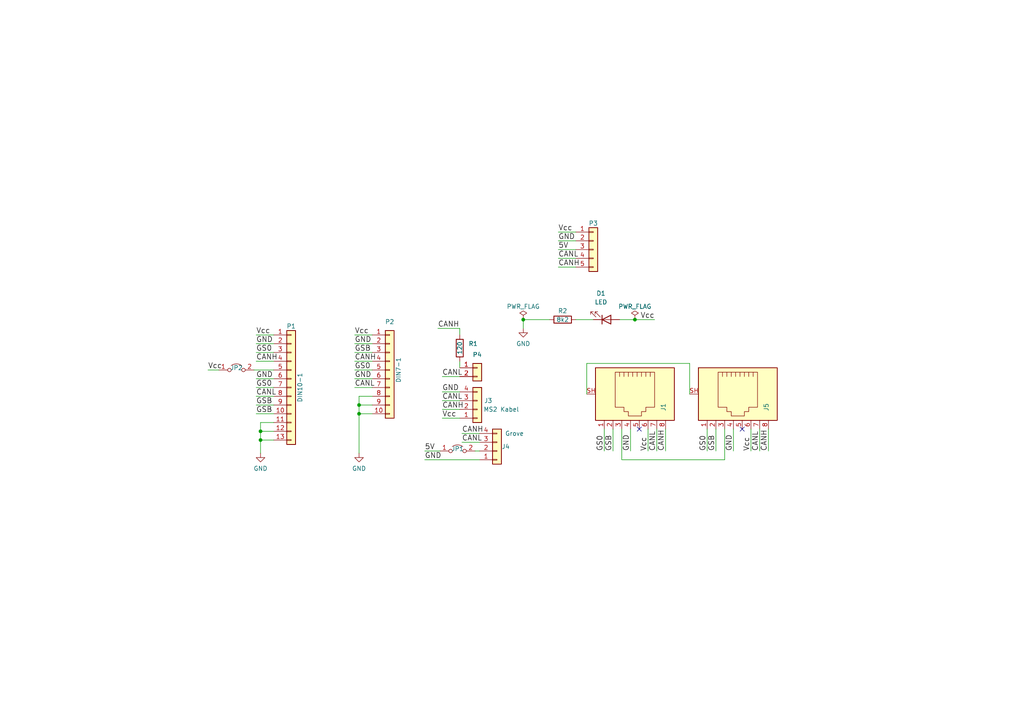
<source format=kicad_sch>
(kicad_sch (version 20211123) (generator eeschema)
  (paper "A4")
  (lib_symbols
    (symbol "Connector:8P8C_Shielded" (pin_names (offset 1.016))
      (property "Reference" "J" (at -5.08 13.97 0))
      (property "Value" "8P8C_Shielded" (at 2.54 13.97 0))
      (symbol "8P8C_Shielded_0_1"
        (polyline (pts (xy -5.08 4.445) (xy -6.35 4.445)))
        (polyline (pts (xy -5.08 5.715) (xy -6.35 5.715)))
        (polyline (pts (xy -6.35 -3.175) (xy -5.08 -3.175) (xy -5.08 -3.175)))
        (polyline (pts (xy -6.35 -1.905) (xy -5.08 -1.905) (xy -5.08 -1.905)))
        (polyline (pts (xy -6.35 -0.635) (xy -5.08 -0.635) (xy -5.08 -0.635)))
        (polyline (pts (xy -6.35 0.635) (xy -5.08 0.635) (xy -5.08 0.635)))
        (polyline (pts (xy -6.35 1.905) (xy -5.08 1.905) (xy -5.08 1.905)))
        (polyline (pts (xy -5.08 3.175) (xy -6.35 3.175) (xy -6.35 3.175)))
        (polyline (pts (xy -6.35 -4.445) (xy -6.35 6.985) (xy 3.81 6.985) (xy 3.81 4.445) (xy 5.08 4.445) (xy 5.08 3.175) (xy 6.35 3.175) (xy 6.35 -0.635) (xy 5.08 -0.635) (xy 5.08 -1.905) (xy 3.81 -1.905) (xy 3.81 -4.445) (xy -6.35 -4.445) (xy -6.35 -4.445)))
        (rectangle (start 7.62 12.7) (end -7.62 -10.16) (stroke (width 0.254)) (fill (type background)))
      )
      (symbol "8P8C_Shielded_1_1"
        (pin passive line (at 10.16 -7.62 180) (length 2.54) (name "~") (number "1"))
        (pin passive line (at 10.16 -5.08 180) (length 2.54) (name "~") (number "2"))
        (pin passive line (at 10.16 -2.54 180) (length 2.54) (name "~") (number "3"))
        (pin passive line (at 10.16 0 180) (length 2.54) (name "~") (number "4"))
        (pin passive line (at 10.16 2.54 180) (length 2.54) (name "~") (number "5"))
        (pin passive line (at 10.16 5.08 180) (length 2.54) (name "~") (number "6"))
        (pin passive line (at 10.16 7.62 180) (length 2.54) (name "~") (number "7"))
        (pin passive line (at 10.16 10.16 180) (length 2.54) (name "~") (number "8"))
        (pin passive line (at 0 -12.7 90) (length 2.54) (name "~") (number "SH"))
      )
    )
    (symbol "Connector_Generic:Conn_01x02" (pin_names (offset 1.016) hide)
      (property "Reference" "J" (at 0 2.54 0))
      (property "Value" "Conn_01x02" (at 0 -5.08 0))
      (symbol "Conn_01x02_1_1"
        (rectangle (start -1.27 -2.413) (end 0 -2.667) (stroke (width 0.1524)))
        (rectangle (start -1.27 0.127) (end 0 -0.127) (stroke (width 0.1524)))
        (rectangle (start -1.27 1.27) (end 1.27 -3.81) (stroke (width 0.254)) (fill (type background)))
        (pin passive line (at -5.08 0 0) (length 3.81) (name "Pin_1") (number "1"))
        (pin passive line (at -5.08 -2.54 0) (length 3.81) (name "Pin_2") (number "2"))
      )
    )
    (symbol "Connector_Generic:Conn_01x04" (pin_names (offset 1.016) hide)
      (property "Reference" "J" (at 0 5.08 0))
      (property "Value" "Conn_01x04" (at 0 -7.62 0))
      (symbol "Conn_01x04_1_1"
        (rectangle (start -1.27 -4.953) (end 0 -5.207) (stroke (width 0.1524)))
        (rectangle (start -1.27 -2.413) (end 0 -2.667) (stroke (width 0.1524)))
        (rectangle (start -1.27 0.127) (end 0 -0.127) (stroke (width 0.1524)))
        (rectangle (start -1.27 2.667) (end 0 2.413) (stroke (width 0.1524)))
        (rectangle (start -1.27 3.81) (end 1.27 -6.35) (stroke (width 0.254)) (fill (type background)))
        (pin passive line (at -5.08 2.54 0) (length 3.81) (name "Pin_1") (number "1"))
        (pin passive line (at -5.08 0 0) (length 3.81) (name "Pin_2") (number "2"))
        (pin passive line (at -5.08 -2.54 0) (length 3.81) (name "Pin_3") (number "3"))
        (pin passive line (at -5.08 -5.08 0) (length 3.81) (name "Pin_4") (number "4"))
      )
    )
    (symbol "Connector_Generic:Conn_01x05" (pin_names (offset 1.016) hide)
      (property "Reference" "J" (at 0 7.62 0))
      (property "Value" "Conn_01x05" (at 0 -7.62 0))
      (symbol "Conn_01x05_1_1"
        (rectangle (start -1.27 -4.953) (end 0 -5.207) (stroke (width 0.1524)))
        (rectangle (start -1.27 -2.413) (end 0 -2.667) (stroke (width 0.1524)))
        (rectangle (start -1.27 0.127) (end 0 -0.127) (stroke (width 0.1524)))
        (rectangle (start -1.27 2.667) (end 0 2.413) (stroke (width 0.1524)))
        (rectangle (start -1.27 5.207) (end 0 4.953) (stroke (width 0.1524)))
        (rectangle (start -1.27 6.35) (end 1.27 -6.35) (stroke (width 0.254)) (fill (type background)))
        (pin passive line (at -5.08 5.08 0) (length 3.81) (name "Pin_1") (number "1"))
        (pin passive line (at -5.08 2.54 0) (length 3.81) (name "Pin_2") (number "2"))
        (pin passive line (at -5.08 0 0) (length 3.81) (name "Pin_3") (number "3"))
        (pin passive line (at -5.08 -2.54 0) (length 3.81) (name "Pin_4") (number "4"))
        (pin passive line (at -5.08 -5.08 0) (length 3.81) (name "Pin_5") (number "5"))
      )
    )
    (symbol "Connector_Generic:Conn_01x10" (pin_names (offset 1.016) hide)
      (property "Reference" "J" (at 0 12.7 0))
      (property "Value" "Conn_01x10" (at 0 -15.24 0))
      (symbol "Conn_01x10_1_1"
        (rectangle (start -1.27 -12.573) (end 0 -12.827) (stroke (width 0.1524)))
        (rectangle (start -1.27 -10.033) (end 0 -10.287) (stroke (width 0.1524)))
        (rectangle (start -1.27 -7.493) (end 0 -7.747) (stroke (width 0.1524)))
        (rectangle (start -1.27 -4.953) (end 0 -5.207) (stroke (width 0.1524)))
        (rectangle (start -1.27 -2.413) (end 0 -2.667) (stroke (width 0.1524)))
        (rectangle (start -1.27 0.127) (end 0 -0.127) (stroke (width 0.1524)))
        (rectangle (start -1.27 2.667) (end 0 2.413) (stroke (width 0.1524)))
        (rectangle (start -1.27 5.207) (end 0 4.953) (stroke (width 0.1524)))
        (rectangle (start -1.27 7.747) (end 0 7.493) (stroke (width 0.1524)))
        (rectangle (start -1.27 10.287) (end 0 10.033) (stroke (width 0.1524)))
        (rectangle (start -1.27 11.43) (end 1.27 -13.97) (stroke (width 0.254)) (fill (type background)))
        (pin passive line (at -5.08 10.16 0) (length 3.81) (name "Pin_1") (number "1"))
        (pin passive line (at -5.08 -12.7 0) (length 3.81) (name "Pin_10") (number "10"))
        (pin passive line (at -5.08 7.62 0) (length 3.81) (name "Pin_2") (number "2"))
        (pin passive line (at -5.08 5.08 0) (length 3.81) (name "Pin_3") (number "3"))
        (pin passive line (at -5.08 2.54 0) (length 3.81) (name "Pin_4") (number "4"))
        (pin passive line (at -5.08 0 0) (length 3.81) (name "Pin_5") (number "5"))
        (pin passive line (at -5.08 -2.54 0) (length 3.81) (name "Pin_6") (number "6"))
        (pin passive line (at -5.08 -5.08 0) (length 3.81) (name "Pin_7") (number "7"))
        (pin passive line (at -5.08 -7.62 0) (length 3.81) (name "Pin_8") (number "8"))
        (pin passive line (at -5.08 -10.16 0) (length 3.81) (name "Pin_9") (number "9"))
      )
    )
    (symbol "Connector_Generic:Conn_01x13" (pin_names (offset 1.016) hide)
      (property "Reference" "J" (at 0 17.78 0))
      (property "Value" "Conn_01x13" (at 0 -17.78 0))
      (symbol "Conn_01x13_1_1"
        (rectangle (start -1.27 -15.113) (end 0 -15.367) (stroke (width 0.1524)))
        (rectangle (start -1.27 -12.573) (end 0 -12.827) (stroke (width 0.1524)))
        (rectangle (start -1.27 -10.033) (end 0 -10.287) (stroke (width 0.1524)))
        (rectangle (start -1.27 -7.493) (end 0 -7.747) (stroke (width 0.1524)))
        (rectangle (start -1.27 -4.953) (end 0 -5.207) (stroke (width 0.1524)))
        (rectangle (start -1.27 -2.413) (end 0 -2.667) (stroke (width 0.1524)))
        (rectangle (start -1.27 0.127) (end 0 -0.127) (stroke (width 0.1524)))
        (rectangle (start -1.27 2.667) (end 0 2.413) (stroke (width 0.1524)))
        (rectangle (start -1.27 5.207) (end 0 4.953) (stroke (width 0.1524)))
        (rectangle (start -1.27 7.747) (end 0 7.493) (stroke (width 0.1524)))
        (rectangle (start -1.27 10.287) (end 0 10.033) (stroke (width 0.1524)))
        (rectangle (start -1.27 12.827) (end 0 12.573) (stroke (width 0.1524)))
        (rectangle (start -1.27 15.367) (end 0 15.113) (stroke (width 0.1524)))
        (rectangle (start -1.27 16.51) (end 1.27 -16.51) (stroke (width 0.254)) (fill (type background)))
        (pin passive line (at -5.08 15.24 0) (length 3.81) (name "Pin_1") (number "1"))
        (pin passive line (at -5.08 -7.62 0) (length 3.81) (name "Pin_10") (number "10"))
        (pin passive line (at -5.08 -10.16 0) (length 3.81) (name "Pin_11") (number "11"))
        (pin passive line (at -5.08 -12.7 0) (length 3.81) (name "Pin_12") (number "12"))
        (pin passive line (at -5.08 -15.24 0) (length 3.81) (name "Pin_13") (number "13"))
        (pin passive line (at -5.08 12.7 0) (length 3.81) (name "Pin_2") (number "2"))
        (pin passive line (at -5.08 10.16 0) (length 3.81) (name "Pin_3") (number "3"))
        (pin passive line (at -5.08 7.62 0) (length 3.81) (name "Pin_4") (number "4"))
        (pin passive line (at -5.08 5.08 0) (length 3.81) (name "Pin_5") (number "5"))
        (pin passive line (at -5.08 2.54 0) (length 3.81) (name "Pin_6") (number "6"))
        (pin passive line (at -5.08 0 0) (length 3.81) (name "Pin_7") (number "7"))
        (pin passive line (at -5.08 -2.54 0) (length 3.81) (name "Pin_8") (number "8"))
        (pin passive line (at -5.08 -5.08 0) (length 3.81) (name "Pin_9") (number "9"))
      )
    )
    (symbol "Device:LED" (pin_numbers hide) (pin_names (offset 1.016) hide)
      (property "Reference" "D" (at 0 2.54 0))
      (property "Value" "LED" (at 0 -2.54 0))
      (symbol "LED_0_1"
        (polyline (pts (xy -1.27 -1.27) (xy -1.27 1.27)) (stroke (width 0.254)))
        (polyline (pts (xy -1.27 0) (xy 1.27 0)))
        (polyline (pts (xy 1.27 -1.27) (xy 1.27 1.27) (xy -1.27 0) (xy 1.27 -1.27)) (stroke (width 0.254)))
        (polyline (pts (xy -3.048 -0.762) (xy -4.572 -2.286) (xy -3.81 -2.286) (xy -4.572 -2.286) (xy -4.572 -1.524)))
        (polyline (pts (xy -1.778 -0.762) (xy -3.302 -2.286) (xy -2.54 -2.286) (xy -3.302 -2.286) (xy -3.302 -1.524)))
      )
      (symbol "LED_1_1"
        (pin passive line (at -3.81 0 0) (length 2.54) (name "K") (number "1"))
        (pin passive line (at 3.81 0 180) (length 2.54) (name "A") (number "2"))
      )
    )
    (symbol "Device:R" (pin_numbers hide) (pin_names (offset 0))
      (property "Reference" "R" (at 2.032 0 90))
      (property "Value" "R" (at 0 0 90))
      (symbol "R_0_1"
        (rectangle (start -1.016 -2.54) (end 1.016 2.54) (stroke (width 0.254)))
      )
      (symbol "R_1_1"
        (pin passive line (at 0 3.81 270) (length 1.27) (name "~") (number "1"))
        (pin passive line (at 0 -3.81 90) (length 1.27) (name "~") (number "2"))
      )
    )
    (symbol "Jumper:Jumper_2_Open" (pin_names (offset 0) hide)
      (property "Reference" "JP" (at 0 2.794 0))
      (property "Value" "Jumper_2_Open" (at 0 -2.286 0))
      (symbol "Jumper_2_Open_0_0"
        (circle (center -2.032 0) (radius 0.508))
        (circle (center 2.032 0) (radius 0.508))
      )
      (symbol "Jumper_2_Open_0_1"
        (arc (start 1.524 1.27) (mid 0 1.778) (end -1.524 1.27))
      )
      (symbol "Jumper_2_Open_1_1"
        (pin passive line (at -5.08 0 0) (length 2.54) (name "A") (number "1"))
        (pin passive line (at 5.08 0 180) (length 2.54) (name "B") (number "2"))
      )
    )
    (symbol "power:GND" (power) (pin_names (offset 0))
      (property "Value" "GND" (at 0 -3.81 0))
      (symbol "GND_0_1"
        (polyline (pts (xy 0 0) (xy 0 -1.27) (xy 1.27 -1.27) (xy 0 -2.54) (xy -1.27 -1.27) (xy 0 -1.27)))
      )
      (symbol "GND_1_1"
        (pin power_in line (at 0 0 270) (length 0) hide (name "GND") (number "1"))
      )
    )
    (symbol "power:PWR_FLAG" (power) (pin_numbers hide) (pin_names (offset 0) hide)
      (property "Value" "PWR_FLAG" (at 0 3.81 0))
      (symbol "PWR_FLAG_0_0"
        (pin power_out line (at 0 0 90) (length 0) (name "pwr") (number "1"))
      )
      (symbol "PWR_FLAG_0_1"
        (polyline (pts (xy 0 0) (xy 0 1.27) (xy -1.016 1.905) (xy 0 2.54) (xy 1.016 1.905) (xy 0 1.27)))
      )
    )
  )
  (junction (at 151.765 92.71))
  (junction (at 104.14 120.015))
  (junction (at 75.565 125.095))
  (junction (at 184.15 92.71))
  (junction (at 104.14 117.475))
  (junction (at 75.565 127.635))
  (no_connect (at 215.265 124.46))
  (no_connect (at 185.42 124.46))
  (wire (pts (xy 175.26 124.46) (xy 175.26 130.81)))
  (wire (pts (xy 151.765 92.71) (xy 151.765 95.25)))
  (wire (pts (xy 161.925 77.47) (xy 167.005 77.47)))
  (wire (pts (xy 74.295 97.155) (xy 79.375 97.155)))
  (wire (pts (xy 200.025 114.3) (xy 200.025 105.41)))
  (wire (pts (xy 107.95 120.015) (xy 104.14 120.015)))
  (wire (pts (xy 159.385 92.71) (xy 151.765 92.71)))
  (wire (pts (xy 220.345 124.46) (xy 220.345 130.81)))
  (wire (pts (xy 104.14 114.935) (xy 104.14 117.475)))
  (wire (pts (xy 79.375 114.935) (xy 74.295 114.935)))
  (wire (pts (xy 127 95.25) (xy 133.35 95.25)))
  (wire (pts (xy 137.795 130.81) (xy 139.065 130.81)))
  (wire (pts (xy 102.87 109.855) (xy 107.95 109.855)))
  (wire (pts (xy 102.87 102.235) (xy 107.95 102.235)))
  (wire (pts (xy 128.27 121.285) (xy 133.35 121.285)))
  (wire (pts (xy 200.025 105.41) (xy 170.18 105.41)))
  (wire (pts (xy 161.925 72.39) (xy 167.005 72.39)))
  (wire (pts (xy 75.565 122.555) (xy 75.565 125.095)))
  (wire (pts (xy 102.87 104.775) (xy 107.95 104.775)))
  (wire (pts (xy 177.8 124.46) (xy 177.8 130.81)))
  (wire (pts (xy 74.295 102.235) (xy 79.375 102.235)))
  (wire (pts (xy 74.295 112.395) (xy 79.375 112.395)))
  (wire (pts (xy 102.87 99.695) (xy 107.95 99.695)))
  (wire (pts (xy 190.5 124.46) (xy 190.5 130.81)))
  (wire (pts (xy 170.18 105.41) (xy 170.18 114.3)))
  (wire (pts (xy 102.87 107.315) (xy 107.95 107.315)))
  (wire (pts (xy 180.34 124.46) (xy 180.34 133.35)))
  (wire (pts (xy 74.295 120.015) (xy 79.375 120.015)))
  (wire (pts (xy 75.565 125.095) (xy 75.565 127.635)))
  (wire (pts (xy 167.005 92.71) (xy 172.085 92.71)))
  (wire (pts (xy 205.105 124.46) (xy 205.105 130.81)))
  (wire (pts (xy 74.295 109.855) (xy 79.375 109.855)))
  (wire (pts (xy 167.005 69.85) (xy 161.925 69.85)))
  (wire (pts (xy 128.27 109.22) (xy 133.35 109.22)))
  (wire (pts (xy 107.95 114.935) (xy 104.14 114.935)))
  (wire (pts (xy 102.87 112.395) (xy 107.95 112.395)))
  (wire (pts (xy 74.295 99.695) (xy 79.375 99.695)))
  (wire (pts (xy 74.295 104.775) (xy 79.375 104.775)))
  (wire (pts (xy 128.27 113.665) (xy 133.35 113.665)))
  (wire (pts (xy 79.375 117.475) (xy 74.295 117.475)))
  (wire (pts (xy 102.87 97.155) (xy 107.95 97.155)))
  (wire (pts (xy 182.88 124.46) (xy 182.88 130.81)))
  (wire (pts (xy 133.985 125.73) (xy 139.065 125.73)))
  (wire (pts (xy 193.04 124.46) (xy 193.04 130.81)))
  (wire (pts (xy 217.805 124.46) (xy 217.805 130.81)))
  (wire (pts (xy 79.375 127.635) (xy 75.565 127.635)))
  (wire (pts (xy 167.005 67.31) (xy 161.925 67.31)))
  (wire (pts (xy 212.725 124.46) (xy 212.725 130.81)))
  (wire (pts (xy 104.14 117.475) (xy 104.14 120.015)))
  (wire (pts (xy 104.14 120.015) (xy 104.14 131.445)))
  (wire (pts (xy 133.35 104.775) (xy 133.35 106.68)))
  (wire (pts (xy 179.705 92.71) (xy 184.15 92.71)))
  (wire (pts (xy 79.375 125.095) (xy 75.565 125.095)))
  (wire (pts (xy 73.66 107.315) (xy 79.375 107.315)))
  (wire (pts (xy 128.27 118.745) (xy 133.35 118.745)))
  (wire (pts (xy 128.27 116.205) (xy 133.35 116.205)))
  (wire (pts (xy 79.375 122.555) (xy 75.565 122.555)))
  (wire (pts (xy 133.985 128.27) (xy 139.065 128.27)))
  (wire (pts (xy 184.15 92.71) (xy 189.865 92.71)))
  (wire (pts (xy 210.185 133.35) (xy 210.185 124.46)))
  (wire (pts (xy 207.645 124.46) (xy 207.645 130.81)))
  (wire (pts (xy 133.35 97.155) (xy 133.35 95.25)))
  (wire (pts (xy 161.925 74.93) (xy 167.005 74.93)))
  (wire (pts (xy 180.34 133.35) (xy 210.185 133.35)))
  (wire (pts (xy 222.885 124.46) (xy 222.885 130.81)))
  (wire (pts (xy 75.565 127.635) (xy 75.565 131.445)))
  (wire (pts (xy 60.325 107.315) (xy 63.5 107.315)))
  (wire (pts (xy 123.19 130.81) (xy 127.635 130.81)))
  (wire (pts (xy 107.95 117.475) (xy 104.14 117.475)))
  (wire (pts (xy 187.96 124.46) (xy 187.96 130.81)))
  (wire (pts (xy 139.065 133.35) (xy 123.19 133.35)))
  (label "Vcc" (at 102.87 97.155 0) (effects (font (size 1.524 1.524))))
  (label "CANL" (at 190.5 130.81 90) (effects (font (size 1.524 1.524))))
  (label "GSB" (at 74.295 120.015 0) (effects (font (size 1.524 1.524))))
  (label "CANL" (at 161.925 74.93 0) (effects (font (size 1.524 1.524))))
  (label "Vcc" (at 189.865 92.71 180) (effects (font (size 1.524 1.524))))
  (label "GND" (at 123.19 133.35 0) (effects (font (size 1.524 1.524))))
  (label "GSB" (at 102.87 102.235 0) (effects (font (size 1.524 1.524))))
  (label "CANH" (at 102.87 104.775 0) (effects (font (size 1.524 1.524))))
  (label "5V" (at 123.19 130.81 0) (effects (font (size 1.524 1.524))))
  (label "CANH" (at 74.295 104.775 0) (effects (font (size 1.524 1.524))))
  (label "5V" (at 161.925 72.39 0) (effects (font (size 1.524 1.524))))
  (label "GS0" (at 102.87 107.315 0) (effects (font (size 1.524 1.524))))
  (label "CANH" (at 161.925 77.47 0) (effects (font (size 1.524 1.524))))
  (label "CANL" (at 128.27 116.205 0) (effects (font (size 1.524 1.524))))
  (label "CANH" (at 133.985 125.73 0) (effects (font (size 1.524 1.524))))
  (label "CANH" (at 222.885 130.81 90) (effects (font (size 1.524 1.524))))
  (label "Vcc" (at 128.27 121.285 0) (effects (font (size 1.524 1.524))))
  (label "GND" (at 74.295 109.855 0) (effects (font (size 1.524 1.524))))
  (label "CANL" (at 74.295 114.935 0) (effects (font (size 1.524 1.524))))
  (label "Vcc" (at 217.805 130.81 90) (effects (font (size 1.524 1.524))))
  (label "CANH" (at 193.04 130.81 90) (effects (font (size 1.524 1.524))))
  (label "Vcc" (at 60.325 107.315 0) (effects (font (size 1.524 1.524))))
  (label "CANL" (at 102.87 112.395 0) (effects (font (size 1.524 1.524))))
  (label "CANH" (at 128.27 118.745 0) (effects (font (size 1.524 1.524))))
  (label "GND" (at 128.27 113.665 0) (effects (font (size 1.524 1.524))))
  (label "Vcc" (at 187.96 130.81 90) (effects (font (size 1.524 1.524))))
  (label "CANL" (at 133.985 128.27 0) (effects (font (size 1.524 1.524))))
  (label "GSB" (at 74.295 117.475 0) (effects (font (size 1.524 1.524))))
  (label "GS0" (at 175.26 130.81 90) (effects (font (size 1.524 1.524))))
  (label "GND" (at 161.925 69.85 0) (effects (font (size 1.524 1.524))))
  (label "CANL" (at 220.345 130.81 90) (effects (font (size 1.524 1.524))))
  (label "CANH" (at 127 95.25 0) (effects (font (size 1.524 1.524))))
  (label "GND" (at 102.87 99.695 0) (effects (font (size 1.524 1.524))))
  (label "GSB" (at 177.8 130.81 90) (effects (font (size 1.524 1.524))))
  (label "GND" (at 182.88 130.81 90) (effects (font (size 1.524 1.524))))
  (label "GND" (at 102.87 109.855 0) (effects (font (size 1.524 1.524))))
  (label "Vcc" (at 161.925 67.31 0) (effects (font (size 1.524 1.524))))
  (label "GS0" (at 74.295 102.235 0) (effects (font (size 1.524 1.524))))
  (label "GS0" (at 74.295 112.395 0) (effects (font (size 1.524 1.524))))
  (label "CANL" (at 128.27 109.22 0) (effects (font (size 1.524 1.524))))
  (label "GS0" (at 205.105 130.81 90) (effects (font (size 1.524 1.524))))
  (label "GSB" (at 207.645 130.81 90) (effects (font (size 1.524 1.524))))
  (label "Vcc" (at 74.295 97.155 0) (effects (font (size 1.524 1.524))))
  (label "GND" (at 212.725 130.81 90) (effects (font (size 1.524 1.524))))
  (label "GND" (at 74.295 99.695 0) (effects (font (size 1.524 1.524))))
  (symbol (lib_id "Connector_Generic:Conn_01x04") (at 144.145 130.81 0) (mirror x) (unit 1)
    (property "Reference" "J4" (at 146.685 129.54 0))
    (property "Value" "Grove" (at 149.225 125.73 0))
    (property "Footprint" "Connector_JST:JST_PH_B4B-PH-K_1x04_P2.00mm_Vertical" (effects hide))
  )
  (symbol (lib_id "Connector:8P8C_Shielded") (at 182.88 114.3 270) (unit 1)
    (property "Reference" "J1" (at 192.405 118.11 0))
    (property "Value" "RJ45" (effects hide))
    (property "Footprint" "Maerklin:megbp8" (effects hide))
  )
  (symbol (lib_id "Jumper:Jumper_2_Open") (at 132.715 130.81 0) (unit 1)
    (property "Reference" "JP1" (at 132.715 130.175 0))
    (property "Value" "5V" (effects hide))
    (property "Footprint" "Connector_PinHeader_2.54mm:PinHeader_1x02_P2.54mm_Vertical" (effects hide))
  )
  (symbol (lib_id "power:PWR_FLAG") (at 151.765 92.71 0) (unit 1)
    (property "Reference" "#FLG01" (effects hide))
    (property "Value" "PWR_FLAG" (at 151.765 88.9 0))
  )
  (symbol (lib_id "power:GND") (at 75.565 131.445 0) (unit 1)
    (property "Reference" "#PWR01" (effects hide))
    (property "Value" "GND" (at 75.565 135.89 0))
  )
  (symbol (lib_id "Jumper:Jumper_2_Open") (at 68.58 107.315 0) (unit 1)
    (property "Reference" "JP2" (at 68.58 106.68 0))
    (property "Value" "MS1 Master" (effects hide))
    (property "Footprint" "Connector_PinHeader_2.54mm:PinHeader_1x02_P2.54mm_Vertical" (effects hide))
  )
  (symbol (lib_id "Connector_Generic:Conn_01x13") (at 84.455 112.395 0) (unit 1)
    (property "Reference" "P1" (at 84.455 94.615 0))
    (property "Value" "DIN10-1" (at 86.995 112.395 90))
    (property "Footprint" "Maerklin:minidin-10" (effects hide))
  )
  (symbol (lib_id "Connector_Generic:Conn_01x04") (at 138.43 118.745 0) (mirror x) (unit 1)
    (property "Reference" "J3" (at 141.605 116.205 0))
    (property "Value" "MS2 Kabel" (at 145.415 118.745 0))
    (property "Footprint" "Maerklin:B4B-ZR_LF_SN" (effects hide))
    (property "Datasheet" "http://www.jst-mfg.com/product/pdf/eng/eZH.pdf" (effects hide))
  )
  (symbol (lib_id "power:GND") (at 151.765 95.25 0) (unit 1)
    (property "Reference" "#PWR04" (effects hide))
    (property "Value" "GND" (at 151.765 99.695 0))
  )
  (symbol (lib_id "Connector:8P8C_Shielded") (at 212.725 114.3 270) (unit 1)
    (property "Reference" "J5" (at 222.25 118.11 0))
    (property "Value" "RJ45" (effects hide))
    (property "Footprint" "Maerklin:megbp8" (effects hide))
  )
  (symbol (lib_id "Device:R") (at 133.35 100.965 0) (unit 1)
    (property "Reference" "R1" (at 135.89 99.6949 0) (effects (justify left)))
    (property "Value" "120" (at 133.35 102.87 90) (effects (justify left)))
    (property "Footprint" "Resistor_THT:R_Axial_DIN0204_L3.6mm_D1.6mm_P7.62mm_Horizontal" (effects hide))
  )
  (symbol (lib_id "Connector_Generic:Conn_01x05") (at 172.085 72.39 0) (unit 1)
    (property "Reference" "P3" (at 172.085 64.77 0))
    (property "Value" "CONN_01X05" (effects hide))
    (property "Footprint" "Connector_PinHeader_2.54mm:PinHeader_1x05_P2.54mm_Vertical" (effects hide))
  )
  (symbol (lib_id "Device:R") (at 163.195 92.71 90) (unit 1)
    (property "Reference" "R2" (at 163.195 90.17 90))
    (property "Value" "8k2" (at 163.195 92.71 90))
    (property "Footprint" "Resistor_THT:R_Axial_DIN0204_L3.6mm_D1.6mm_P7.62mm_Horizontal" (effects hide))
  )
  (symbol (lib_id "Device:LED") (at 175.895 92.71 0) (mirror x) (unit 1)
    (property "Reference" "D1" (at 174.3075 85.09 0))
    (property "Value" "LED" (at 174.3075 87.63 0))
    (property "Footprint" "LED_THT:LED_D3.0mm" (effects hide))
  )
  (symbol (lib_id "Connector_Generic:Conn_01x10") (at 113.03 107.315 0) (unit 1)
    (property "Reference" "P2" (at 113.03 93.345 0))
    (property "Value" "DIN7-1" (at 115.57 107.315 90))
    (property "Footprint" "Maerklin:minidin-7" (effects hide))
  )
  (symbol (lib_id "power:GND") (at 104.14 131.445 0) (unit 1)
    (property "Reference" "#PWR02" (effects hide))
    (property "Value" "GND" (at 104.14 135.89 0))
  )
  (symbol (lib_id "Connector_Generic:Conn_01x02") (at 138.43 106.68 0) (unit 1)
    (property "Reference" "P4" (at 138.43 102.87 0))
    (property "Value" "CAN Term" (effects hide))
    (property "Footprint" "Connector_PinHeader_2.54mm:PinHeader_1x02_P2.54mm_Vertical" (effects hide))
  )
  (symbol (lib_id "power:PWR_FLAG") (at 184.15 92.71 0) (unit 1)
    (property "Reference" "#FLG0101" (effects hide))
    (property "Value" "PWR_FLAG" (at 184.15 88.9 0))
  )
)
</source>
